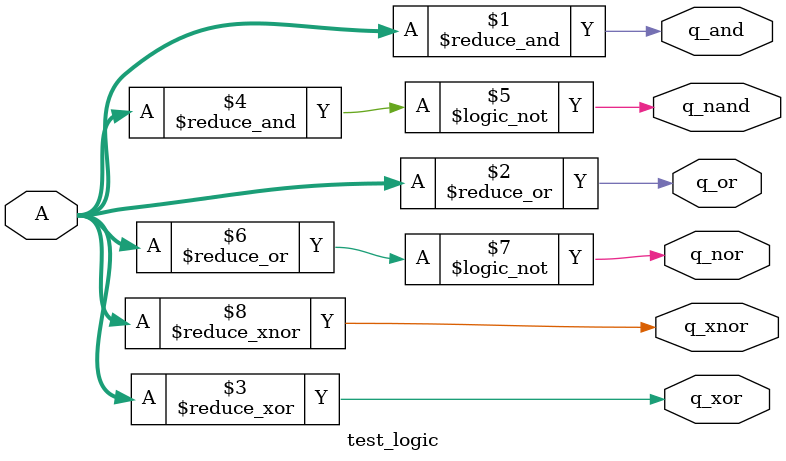
<source format=v>


module test_logic
  #(parameter WID = 4)
   (input wire [WID-1:0] A,
    output q_and, q_or, q_xor, q_nand, q_nor, q_xnor);

   assign q_and =  & A;
   assign q_or  =  | A;
   assign q_xor =  ^ A;
   assign q_nand= ~& A;
   assign q_nor = ~| A;
   assign q_xnor= ~^ A;

endmodule // test_logic

</source>
